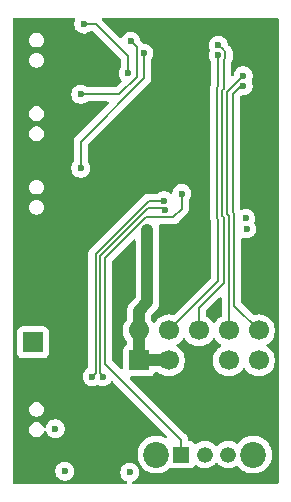
<source format=gbr>
%TF.GenerationSoftware,KiCad,Pcbnew,9.0.4*%
%TF.CreationDate,2025-09-28T00:50:50+02:00*%
%TF.ProjectId,BTM308-host-top,42544d33-3038-42d6-986f-73742d746f70,rev?*%
%TF.SameCoordinates,Original*%
%TF.FileFunction,Copper,L4,Bot*%
%TF.FilePolarity,Positive*%
%FSLAX46Y46*%
G04 Gerber Fmt 4.6, Leading zero omitted, Abs format (unit mm)*
G04 Created by KiCad (PCBNEW 9.0.4) date 2025-09-28 00:50:50*
%MOMM*%
%LPD*%
G01*
G04 APERTURE LIST*
%TA.AperFunction,ComponentPad*%
%ADD10R,1.700000X1.700000*%
%TD*%
%TA.AperFunction,ComponentPad*%
%ADD11C,1.700000*%
%TD*%
%TA.AperFunction,ComponentPad*%
%ADD12R,1.337000X1.337000*%
%TD*%
%TA.AperFunction,ComponentPad*%
%ADD13C,1.337000*%
%TD*%
%TA.AperFunction,ComponentPad*%
%ADD14C,2.190000*%
%TD*%
%TA.AperFunction,ViaPad*%
%ADD15C,0.600000*%
%TD*%
%TA.AperFunction,Conductor*%
%ADD16C,0.200000*%
%TD*%
%TA.AperFunction,Conductor*%
%ADD17C,1.000000*%
%TD*%
G04 APERTURE END LIST*
D10*
%TO.P,J7,1,Pin_1*%
%TO.N,GND*%
X116700000Y-79300000D03*
%TD*%
%TO.P,J6,1,Pin_1*%
%TO.N,Net-(J6-Pin_1)*%
X116700000Y-83500000D03*
%TD*%
%TO.P,J5,1,Pin_1*%
%TO.N,AGND*%
X125670000Y-85025000D03*
D11*
%TO.P,J5,2,Pin_2*%
X125670000Y-82485000D03*
%TO.P,J5,3,Pin_3*%
X128210000Y-85025000D03*
%TO.P,J5,4,Pin_4*%
%TO.N,/SPK_AN*%
X128210000Y-82485000D03*
%TO.P,J5,5,Pin_5*%
%TO.N,GND*%
X130750000Y-85025000D03*
%TO.P,J5,6,Pin_6*%
%TO.N,/SPK_AP*%
X130750000Y-82485000D03*
%TO.P,J5,7,Pin_7*%
%TO.N,/VCHG*%
X133290000Y-85025000D03*
%TO.P,J5,8,Pin_8*%
%TO.N,/SPK_BP*%
X133290000Y-82485000D03*
%TO.P,J5,9,Pin_9*%
%TO.N,/VBAT*%
X135830000Y-85025000D03*
%TO.P,J5,10,Pin_10*%
%TO.N,/SPK_BN*%
X135830000Y-82485000D03*
%TD*%
D12*
%TO.P,SW4,1,A*%
%TO.N,/MFB*%
X129250000Y-93000000D03*
D13*
%TO.P,SW4,2,B*%
%TO.N,/VBAT*%
X131250000Y-93000000D03*
%TO.P,SW4,3*%
%TO.N,N/C*%
X133250000Y-93000000D03*
D14*
%TO.P,SW4,4*%
X127150000Y-93000000D03*
%TO.P,SW4,5*%
X135350000Y-93000000D03*
%TD*%
D15*
%TO.N,GND*%
X118400000Y-65000000D03*
X127700000Y-88000000D03*
X120600000Y-79300000D03*
X130600000Y-65700000D03*
X115600000Y-65300000D03*
X131000000Y-61100000D03*
X128400000Y-63300000D03*
X115800000Y-90100000D03*
X134800000Y-75200000D03*
X130800000Y-68900000D03*
X128700000Y-57400000D03*
X117700000Y-75600000D03*
X119700000Y-67700000D03*
X117700000Y-86800000D03*
X128500000Y-65800000D03*
X115800000Y-86600000D03*
X118300000Y-58800000D03*
X134600000Y-63800000D03*
X120700000Y-83500000D03*
X120600000Y-81300000D03*
X134800000Y-75800000D03*
X134500000Y-67200000D03*
X115900000Y-94000000D03*
X118500000Y-71300000D03*
X129200000Y-75600000D03*
X130400000Y-74300000D03*
X126700000Y-56700000D03*
X129600000Y-94900000D03*
X131300000Y-88000000D03*
X119900000Y-61300000D03*
X132400000Y-80300000D03*
X131400000Y-63500000D03*
X120700000Y-74900000D03*
X128700000Y-89900000D03*
X128500000Y-68300000D03*
X133400000Y-94900000D03*
X134900000Y-88000000D03*
X116000000Y-58900000D03*
X115800000Y-71800000D03*
X132300000Y-89900000D03*
X135900000Y-89900000D03*
X124000000Y-79200000D03*
X117500000Y-94100000D03*
%TO.N,/MFB*%
X129300000Y-70900000D03*
%TO.N,/SPK_AN*%
X132400000Y-59175000D03*
%TO.N,Net-(U1-PIO8)*%
X125000000Y-58000000D03*
X120750000Y-62500000D03*
%TO.N,/LED2*%
X121700000Y-86400000D03*
X127800000Y-71500000D03*
%TO.N,Net-(U1-PIO1)*%
X126100000Y-59000000D03*
X120750000Y-68750000D03*
%TO.N,/VBAT*%
X118600000Y-90800000D03*
X124900000Y-94500000D03*
X119400000Y-94400000D03*
X134700000Y-73000000D03*
X134800000Y-73900000D03*
%TO.N,/SPK_AP*%
X132400000Y-58325000D03*
%TO.N,Net-(U1-PIO0)*%
X121000000Y-56550000D03*
X124750000Y-60731671D03*
%TO.N,/SPK_BP*%
X134506472Y-60925000D03*
%TO.N,/LED0*%
X127900000Y-72293726D03*
X122600000Y-86400000D03*
%TO.N,/SPK_BN*%
X134506472Y-61775000D03*
%TO.N,AGND*%
X126400000Y-75400000D03*
X126400000Y-76100000D03*
X126400000Y-74700000D03*
X126400000Y-74000000D03*
%TD*%
D16*
%TO.N,/MFB*%
X129300000Y-70900000D02*
X129300000Y-72200000D01*
X122801000Y-85301000D02*
X129250000Y-91750000D01*
X129300000Y-72200000D02*
X128600000Y-72900000D01*
X122801000Y-76333200D02*
X122801000Y-85301000D01*
X128600000Y-72900000D02*
X126234200Y-72900000D01*
X129250000Y-91750000D02*
X129250000Y-93000000D01*
X126234200Y-72900000D02*
X122801000Y-76333200D01*
%TO.N,/SPK_AN*%
X132400000Y-59175000D02*
X132400000Y-61828004D01*
X132299040Y-61928964D02*
X132299040Y-73003976D01*
X132299040Y-73003976D02*
X132400000Y-73104936D01*
X132400000Y-61828004D02*
X132299040Y-61928964D01*
X132400000Y-78295000D02*
X128210000Y-82485000D01*
X132400000Y-73104936D02*
X132400000Y-78295000D01*
%TO.N,Net-(U1-PIO8)*%
X125500000Y-58500000D02*
X125000000Y-58000000D01*
X125500000Y-61000000D02*
X125500000Y-58500000D01*
X124000000Y-62500000D02*
X125500000Y-61000000D01*
X120750000Y-62500000D02*
X124000000Y-62500000D01*
%TO.N,/LED2*%
X121999000Y-86101000D02*
X121700000Y-86400000D01*
X126500000Y-71500000D02*
X121999000Y-76001000D01*
X127800000Y-71500000D02*
X126500000Y-71500000D01*
X121999000Y-76001000D02*
X121999000Y-86101000D01*
%TO.N,Net-(U1-PIO1)*%
X126100000Y-59000000D02*
X126100000Y-61150000D01*
X126100000Y-61150000D02*
X120750000Y-66500000D01*
X120750000Y-66500000D02*
X120750000Y-68750000D01*
%TO.N,/SPK_AP*%
X132400000Y-58325000D02*
X132850000Y-58775000D01*
X132850000Y-72918568D02*
X132850000Y-78481397D01*
X133001000Y-59423943D02*
X132850000Y-59574943D01*
X132850000Y-78481397D02*
X130750000Y-80581397D01*
X132850000Y-62014372D02*
X132749020Y-62115352D01*
X130750000Y-80581397D02*
X130750000Y-82485000D01*
X132850000Y-58775000D02*
X132850000Y-58775057D01*
X132749020Y-72817588D02*
X132850000Y-72918568D01*
X133001000Y-58926057D02*
X133001000Y-59423943D01*
X132850000Y-59574943D02*
X132850000Y-62014372D01*
X132850000Y-58775057D02*
X133001000Y-58926057D01*
X132749020Y-62115352D02*
X132749020Y-72817588D01*
%TO.N,Net-(U1-PIO0)*%
X121000000Y-56550000D02*
X122050000Y-56550000D01*
X124750000Y-59250000D02*
X124750000Y-60731671D01*
X122050000Y-56550000D02*
X124750000Y-59250000D01*
%TO.N,/SPK_BP*%
X133150020Y-72651488D02*
X133290000Y-72791468D01*
X133150020Y-62281452D02*
X133150020Y-72651488D01*
X134506472Y-60925000D02*
X133150020Y-62281452D01*
X133290000Y-72791468D02*
X133290000Y-82485000D01*
%TO.N,/LED0*%
X126467100Y-72100000D02*
X122400000Y-76167100D01*
X127900000Y-72293726D02*
X127706274Y-72100000D01*
X122400000Y-76167100D02*
X122400000Y-86099997D01*
X122400000Y-86099997D02*
X122700003Y-86400000D01*
X122700003Y-86400000D02*
X122600000Y-86400000D01*
X127706274Y-72100000D02*
X126467100Y-72100000D01*
%TO.N,/SPK_BN*%
X133600000Y-62467869D02*
X133600000Y-72465100D01*
X134292869Y-61775000D02*
X133600000Y-62467869D01*
X133740001Y-80395001D02*
X135830000Y-82485000D01*
X133600000Y-72465100D02*
X133740001Y-72605101D01*
X133740001Y-72605101D02*
X133740001Y-80395001D01*
X134506472Y-61775000D02*
X134292869Y-61775000D01*
D17*
%TO.N,AGND*%
X125670000Y-82485000D02*
X125670000Y-85025000D01*
X125670000Y-80830000D02*
X125670000Y-82485000D01*
X126400000Y-80100000D02*
X125670000Y-80830000D01*
X125670000Y-85025000D02*
X128210000Y-85025000D01*
X126400000Y-74000000D02*
X126400000Y-80100000D01*
%TD*%
%TA.AperFunction,Conductor*%
%TO.N,GND*%
G36*
X125318834Y-74767115D02*
G01*
X125374767Y-74808987D01*
X125399184Y-74874451D01*
X125399500Y-74883297D01*
X125399500Y-79634217D01*
X125379815Y-79701256D01*
X125363181Y-79721898D01*
X125032221Y-80052858D01*
X125032218Y-80052861D01*
X124990175Y-80094904D01*
X124892859Y-80192219D01*
X124783371Y-80356079D01*
X124783364Y-80356092D01*
X124707950Y-80538160D01*
X124707947Y-80538170D01*
X124669500Y-80731456D01*
X124669500Y-81524800D01*
X124649815Y-81591839D01*
X124640506Y-81604365D01*
X124514951Y-81777179D01*
X124418444Y-81966585D01*
X124352753Y-82168760D01*
X124319500Y-82378713D01*
X124319500Y-82591286D01*
X124352753Y-82801239D01*
X124418444Y-83003414D01*
X124514951Y-83192820D01*
X124642759Y-83368734D01*
X124641888Y-83369366D01*
X124650413Y-83388380D01*
X124664477Y-83410264D01*
X124666484Y-83424223D01*
X124668357Y-83428401D01*
X124669500Y-83445199D01*
X124669500Y-83610858D01*
X124649815Y-83677897D01*
X124597011Y-83723652D01*
X124588847Y-83727034D01*
X124577669Y-83731204D01*
X124577664Y-83731206D01*
X124462455Y-83817452D01*
X124462452Y-83817455D01*
X124376206Y-83932664D01*
X124376202Y-83932671D01*
X124325908Y-84067517D01*
X124319501Y-84127116D01*
X124319500Y-84127135D01*
X124319500Y-85670903D01*
X124299815Y-85737942D01*
X124247011Y-85783697D01*
X124177853Y-85793641D01*
X124114297Y-85764616D01*
X124107819Y-85758584D01*
X123437819Y-85088584D01*
X123404334Y-85027261D01*
X123401500Y-85000903D01*
X123401500Y-76633297D01*
X123421185Y-76566258D01*
X123437819Y-76545616D01*
X125187819Y-74795616D01*
X125249142Y-74762131D01*
X125318834Y-74767115D01*
G37*
%TD.AperFunction*%
%TA.AperFunction,Conductor*%
G36*
X132608834Y-79674312D02*
G01*
X132664767Y-79716184D01*
X132689184Y-79781648D01*
X132689500Y-79790494D01*
X132689500Y-81199281D01*
X132669815Y-81266320D01*
X132621795Y-81309765D01*
X132582185Y-81329947D01*
X132582184Y-81329948D01*
X132410213Y-81454890D01*
X132259890Y-81605213D01*
X132134949Y-81777182D01*
X132130484Y-81785946D01*
X132082509Y-81836742D01*
X132014688Y-81853536D01*
X131948553Y-81830998D01*
X131909516Y-81785946D01*
X131905050Y-81777182D01*
X131780109Y-81605213D01*
X131629786Y-81454890D01*
X131457815Y-81329948D01*
X131457814Y-81329947D01*
X131418205Y-81309765D01*
X131367409Y-81261791D01*
X131350500Y-81199281D01*
X131350500Y-80881494D01*
X131370185Y-80814455D01*
X131386819Y-80793813D01*
X132477819Y-79702813D01*
X132539142Y-79669328D01*
X132608834Y-79674312D01*
G37*
%TD.AperFunction*%
%TA.AperFunction,Conductor*%
G36*
X120242822Y-56019685D02*
G01*
X120288577Y-56072489D01*
X120298521Y-56141647D01*
X120290344Y-56171452D01*
X120230264Y-56316498D01*
X120230261Y-56316510D01*
X120199500Y-56471153D01*
X120199500Y-56628846D01*
X120230261Y-56783489D01*
X120230264Y-56783501D01*
X120290602Y-56929172D01*
X120290609Y-56929185D01*
X120378210Y-57060288D01*
X120378213Y-57060292D01*
X120489707Y-57171786D01*
X120489711Y-57171789D01*
X120620814Y-57259390D01*
X120620827Y-57259397D01*
X120766498Y-57319735D01*
X120766503Y-57319737D01*
X120896962Y-57345687D01*
X120921153Y-57350499D01*
X120921156Y-57350500D01*
X120921158Y-57350500D01*
X121078844Y-57350500D01*
X121078845Y-57350499D01*
X121233497Y-57319737D01*
X121379179Y-57259394D01*
X121468817Y-57199500D01*
X121510875Y-57171398D01*
X121528921Y-57165747D01*
X121544831Y-57155523D01*
X121575792Y-57151071D01*
X121577553Y-57150520D01*
X121579766Y-57150500D01*
X121749903Y-57150500D01*
X121816942Y-57170185D01*
X121837584Y-57186819D01*
X124113181Y-59462416D01*
X124146666Y-59523739D01*
X124149500Y-59550097D01*
X124149500Y-60151905D01*
X124129815Y-60218944D01*
X124128602Y-60220796D01*
X124040609Y-60352485D01*
X124040602Y-60352498D01*
X123980264Y-60498169D01*
X123980261Y-60498181D01*
X123949500Y-60652824D01*
X123949500Y-60810517D01*
X123980261Y-60965160D01*
X123980264Y-60965172D01*
X124040602Y-61110843D01*
X124040609Y-61110856D01*
X124128210Y-61241959D01*
X124128213Y-61241963D01*
X124180825Y-61294574D01*
X124214311Y-61355897D01*
X124209327Y-61425589D01*
X124180826Y-61469937D01*
X123787584Y-61863181D01*
X123726261Y-61896666D01*
X123699903Y-61899500D01*
X121329766Y-61899500D01*
X121262727Y-61879815D01*
X121260875Y-61878602D01*
X121129185Y-61790609D01*
X121129172Y-61790602D01*
X120983501Y-61730264D01*
X120983489Y-61730261D01*
X120828845Y-61699500D01*
X120828842Y-61699500D01*
X120671158Y-61699500D01*
X120671155Y-61699500D01*
X120516510Y-61730261D01*
X120516498Y-61730264D01*
X120370827Y-61790602D01*
X120370814Y-61790609D01*
X120239711Y-61878210D01*
X120239707Y-61878213D01*
X120128213Y-61989707D01*
X120128210Y-61989711D01*
X120040609Y-62120814D01*
X120040602Y-62120827D01*
X119980264Y-62266498D01*
X119980261Y-62266510D01*
X119949500Y-62421153D01*
X119949500Y-62578846D01*
X119980261Y-62733489D01*
X119980264Y-62733501D01*
X120040602Y-62879172D01*
X120040609Y-62879185D01*
X120128210Y-63010288D01*
X120128213Y-63010292D01*
X120239707Y-63121786D01*
X120239711Y-63121789D01*
X120370814Y-63209390D01*
X120370827Y-63209397D01*
X120449894Y-63242147D01*
X120516503Y-63269737D01*
X120671153Y-63300499D01*
X120671156Y-63300500D01*
X120671158Y-63300500D01*
X120828844Y-63300500D01*
X120828845Y-63300499D01*
X120983497Y-63269737D01*
X121129179Y-63209394D01*
X121183663Y-63172989D01*
X121260875Y-63121398D01*
X121327553Y-63100520D01*
X121329766Y-63100500D01*
X123000902Y-63100500D01*
X123067941Y-63120185D01*
X123113696Y-63172989D01*
X123123640Y-63242147D01*
X123094615Y-63305703D01*
X123088583Y-63312181D01*
X120269481Y-66131282D01*
X120269479Y-66131285D01*
X120219361Y-66218094D01*
X120219359Y-66218096D01*
X120190425Y-66268209D01*
X120190424Y-66268210D01*
X120190423Y-66268215D01*
X120149499Y-66420943D01*
X120149499Y-66420945D01*
X120149499Y-66589046D01*
X120149500Y-66589059D01*
X120149500Y-68170234D01*
X120129815Y-68237273D01*
X120128602Y-68239125D01*
X120040609Y-68370814D01*
X120040602Y-68370827D01*
X119980264Y-68516498D01*
X119980261Y-68516510D01*
X119949500Y-68671153D01*
X119949500Y-68828846D01*
X119980261Y-68983489D01*
X119980264Y-68983501D01*
X120040602Y-69129172D01*
X120040609Y-69129185D01*
X120128210Y-69260288D01*
X120128213Y-69260292D01*
X120239707Y-69371786D01*
X120239711Y-69371789D01*
X120370814Y-69459390D01*
X120370827Y-69459397D01*
X120516498Y-69519735D01*
X120516503Y-69519737D01*
X120671153Y-69550499D01*
X120671156Y-69550500D01*
X120671158Y-69550500D01*
X120828844Y-69550500D01*
X120828845Y-69550499D01*
X120983497Y-69519737D01*
X121129179Y-69459394D01*
X121260289Y-69371789D01*
X121371789Y-69260289D01*
X121459394Y-69129179D01*
X121519737Y-68983497D01*
X121550500Y-68828842D01*
X121550500Y-68671158D01*
X121550500Y-68671155D01*
X121550499Y-68671153D01*
X121519738Y-68516510D01*
X121519737Y-68516503D01*
X121519735Y-68516498D01*
X121459397Y-68370827D01*
X121459390Y-68370814D01*
X121371398Y-68239125D01*
X121350520Y-68172447D01*
X121350500Y-68170234D01*
X121350500Y-66800097D01*
X121370185Y-66733058D01*
X121386819Y-66712416D01*
X123912629Y-64186606D01*
X126580520Y-61518716D01*
X126659577Y-61381784D01*
X126700501Y-61229057D01*
X126700501Y-61070942D01*
X126700501Y-61063347D01*
X126700500Y-61063329D01*
X126700500Y-59579765D01*
X126720185Y-59512726D01*
X126721398Y-59510874D01*
X126809390Y-59379185D01*
X126809390Y-59379184D01*
X126809394Y-59379179D01*
X126869737Y-59233497D01*
X126900500Y-59078842D01*
X126900500Y-58921158D01*
X126900500Y-58921155D01*
X126900499Y-58921153D01*
X126875893Y-58797452D01*
X126869737Y-58766503D01*
X126839818Y-58694272D01*
X126809397Y-58620827D01*
X126809390Y-58620814D01*
X126721789Y-58489711D01*
X126721786Y-58489707D01*
X126610292Y-58378213D01*
X126610288Y-58378210D01*
X126479185Y-58290609D01*
X126479172Y-58290602D01*
X126333501Y-58230264D01*
X126333489Y-58230261D01*
X126178845Y-58199500D01*
X126178842Y-58199500D01*
X126091496Y-58199500D01*
X126024457Y-58179815D01*
X126001669Y-58160982D01*
X125991491Y-58150287D01*
X125980520Y-58131284D01*
X125833469Y-57984233D01*
X125832427Y-57983138D01*
X125817116Y-57953367D01*
X125801088Y-57924014D01*
X125800637Y-57921847D01*
X125769738Y-57766510D01*
X125769737Y-57766503D01*
X125769735Y-57766498D01*
X125709397Y-57620827D01*
X125709390Y-57620814D01*
X125621789Y-57489711D01*
X125621786Y-57489707D01*
X125510292Y-57378213D01*
X125510288Y-57378210D01*
X125379185Y-57290609D01*
X125379172Y-57290602D01*
X125233501Y-57230264D01*
X125233489Y-57230261D01*
X125078845Y-57199500D01*
X125078842Y-57199500D01*
X124921158Y-57199500D01*
X124921155Y-57199500D01*
X124766510Y-57230261D01*
X124766498Y-57230264D01*
X124620827Y-57290602D01*
X124620814Y-57290609D01*
X124489711Y-57378210D01*
X124489707Y-57378213D01*
X124378213Y-57489707D01*
X124378210Y-57489711D01*
X124290609Y-57620814D01*
X124290604Y-57620824D01*
X124267737Y-57676031D01*
X124223896Y-57730434D01*
X124157602Y-57752499D01*
X124089902Y-57735220D01*
X124065495Y-57716259D01*
X122560916Y-56211681D01*
X122527431Y-56150358D01*
X122532415Y-56080666D01*
X122574287Y-56024733D01*
X122639751Y-56000316D01*
X122648597Y-56000000D01*
X137376000Y-56000000D01*
X137443039Y-56019685D01*
X137488794Y-56072489D01*
X137500000Y-56124000D01*
X137500000Y-95376000D01*
X137480315Y-95443039D01*
X137427511Y-95488794D01*
X137376000Y-95500000D01*
X125200983Y-95500000D01*
X125133944Y-95480315D01*
X125088189Y-95427511D01*
X125078245Y-95358353D01*
X125107270Y-95294797D01*
X125153531Y-95261439D01*
X125279172Y-95209397D01*
X125279172Y-95209396D01*
X125279179Y-95209394D01*
X125410289Y-95121789D01*
X125521789Y-95010289D01*
X125609394Y-94879179D01*
X125669737Y-94733497D01*
X125700500Y-94578842D01*
X125700500Y-94421158D01*
X125700500Y-94421155D01*
X125700499Y-94421153D01*
X125669737Y-94266503D01*
X125649224Y-94216980D01*
X125609397Y-94120827D01*
X125609390Y-94120814D01*
X125521789Y-93989711D01*
X125521786Y-93989707D01*
X125410292Y-93878213D01*
X125410288Y-93878210D01*
X125279185Y-93790609D01*
X125279172Y-93790602D01*
X125133501Y-93730264D01*
X125133489Y-93730261D01*
X124978845Y-93699500D01*
X124978842Y-93699500D01*
X124821158Y-93699500D01*
X124821155Y-93699500D01*
X124666510Y-93730261D01*
X124666498Y-93730264D01*
X124520827Y-93790602D01*
X124520814Y-93790609D01*
X124389711Y-93878210D01*
X124389707Y-93878213D01*
X124278213Y-93989707D01*
X124278210Y-93989711D01*
X124190609Y-94120814D01*
X124190602Y-94120827D01*
X124130264Y-94266498D01*
X124130261Y-94266510D01*
X124099500Y-94421153D01*
X124099500Y-94578846D01*
X124130261Y-94733489D01*
X124130264Y-94733501D01*
X124190602Y-94879172D01*
X124190609Y-94879185D01*
X124278210Y-95010288D01*
X124278213Y-95010292D01*
X124389707Y-95121786D01*
X124389711Y-95121789D01*
X124520814Y-95209390D01*
X124520827Y-95209397D01*
X124646469Y-95261439D01*
X124700873Y-95305280D01*
X124722938Y-95371574D01*
X124705659Y-95439273D01*
X124654522Y-95486884D01*
X124599017Y-95500000D01*
X115124000Y-95500000D01*
X115056961Y-95480315D01*
X115011206Y-95427511D01*
X115000000Y-95376000D01*
X115000000Y-94321153D01*
X118599500Y-94321153D01*
X118599500Y-94478846D01*
X118630261Y-94633489D01*
X118630264Y-94633501D01*
X118690602Y-94779172D01*
X118690609Y-94779185D01*
X118778210Y-94910288D01*
X118778213Y-94910292D01*
X118889707Y-95021786D01*
X118889711Y-95021789D01*
X119020814Y-95109390D01*
X119020827Y-95109397D01*
X119166498Y-95169735D01*
X119166503Y-95169737D01*
X119321153Y-95200499D01*
X119321156Y-95200500D01*
X119321158Y-95200500D01*
X119478844Y-95200500D01*
X119478845Y-95200499D01*
X119633497Y-95169737D01*
X119779179Y-95109394D01*
X119910289Y-95021789D01*
X120021789Y-94910289D01*
X120109394Y-94779179D01*
X120169737Y-94633497D01*
X120200500Y-94478842D01*
X120200500Y-94321158D01*
X120200500Y-94321155D01*
X120200499Y-94321153D01*
X120189627Y-94266498D01*
X120169737Y-94166503D01*
X120150812Y-94120814D01*
X120109397Y-94020827D01*
X120109390Y-94020814D01*
X120021789Y-93889711D01*
X120021786Y-93889707D01*
X119910292Y-93778213D01*
X119910288Y-93778210D01*
X119779185Y-93690609D01*
X119779172Y-93690602D01*
X119633501Y-93630264D01*
X119633489Y-93630261D01*
X119478845Y-93599500D01*
X119478842Y-93599500D01*
X119321158Y-93599500D01*
X119321155Y-93599500D01*
X119166510Y-93630261D01*
X119166498Y-93630264D01*
X119020827Y-93690602D01*
X119020814Y-93690609D01*
X118889711Y-93778210D01*
X118889707Y-93778213D01*
X118778213Y-93889707D01*
X118778210Y-93889711D01*
X118690609Y-94020814D01*
X118690602Y-94020827D01*
X118630264Y-94166498D01*
X118630261Y-94166510D01*
X118599500Y-94321153D01*
X115000000Y-94321153D01*
X115000000Y-90805889D01*
X116374500Y-90805889D01*
X116374500Y-90929110D01*
X116398535Y-91049944D01*
X116398538Y-91049954D01*
X116445687Y-91163783D01*
X116445692Y-91163792D01*
X116514141Y-91266232D01*
X116514144Y-91266236D01*
X116601263Y-91353355D01*
X116601267Y-91353358D01*
X116703707Y-91421807D01*
X116703713Y-91421810D01*
X116703714Y-91421811D01*
X116817548Y-91468963D01*
X116938389Y-91492999D01*
X116938393Y-91493000D01*
X116938394Y-91493000D01*
X117061607Y-91493000D01*
X117061608Y-91492999D01*
X117182452Y-91468963D01*
X117296286Y-91421811D01*
X117398733Y-91353358D01*
X117485858Y-91266233D01*
X117554311Y-91163786D01*
X117601463Y-91049952D01*
X117601463Y-91049950D01*
X117603794Y-91044324D01*
X117605772Y-91045143D01*
X117638751Y-90994803D01*
X117702559Y-90966336D01*
X117771627Y-90976885D01*
X117824028Y-91023101D01*
X117833690Y-91041772D01*
X117890602Y-91179172D01*
X117890609Y-91179185D01*
X117978210Y-91310288D01*
X117978213Y-91310292D01*
X118089707Y-91421786D01*
X118089711Y-91421789D01*
X118220814Y-91509390D01*
X118220827Y-91509397D01*
X118366498Y-91569735D01*
X118366503Y-91569737D01*
X118521153Y-91600499D01*
X118521156Y-91600500D01*
X118521158Y-91600500D01*
X118678844Y-91600500D01*
X118678845Y-91600499D01*
X118833497Y-91569737D01*
X118957883Y-91518215D01*
X118979172Y-91509397D01*
X118979172Y-91509396D01*
X118979179Y-91509394D01*
X119110289Y-91421789D01*
X119221789Y-91310289D01*
X119309394Y-91179179D01*
X119315768Y-91163792D01*
X119369735Y-91033501D01*
X119369737Y-91033497D01*
X119400500Y-90878842D01*
X119400500Y-90721158D01*
X119400500Y-90721155D01*
X119400499Y-90721153D01*
X119370674Y-90571214D01*
X119369737Y-90566503D01*
X119329252Y-90468763D01*
X119309397Y-90420827D01*
X119309390Y-90420814D01*
X119221789Y-90289711D01*
X119221786Y-90289707D01*
X119110292Y-90178213D01*
X119110288Y-90178210D01*
X118979185Y-90090609D01*
X118979172Y-90090602D01*
X118833501Y-90030264D01*
X118833489Y-90030261D01*
X118678845Y-89999500D01*
X118678842Y-89999500D01*
X118521158Y-89999500D01*
X118521155Y-89999500D01*
X118366510Y-90030261D01*
X118366498Y-90030264D01*
X118220827Y-90090602D01*
X118220814Y-90090609D01*
X118089711Y-90178210D01*
X118089707Y-90178213D01*
X117978213Y-90289707D01*
X117978210Y-90289711D01*
X117890609Y-90420814D01*
X117890602Y-90420827D01*
X117830264Y-90566498D01*
X117830262Y-90566505D01*
X117819851Y-90618842D01*
X117787465Y-90680752D01*
X117726748Y-90715325D01*
X117656979Y-90711584D01*
X117600308Y-90670716D01*
X117583673Y-90642100D01*
X117554314Y-90571220D01*
X117554307Y-90571207D01*
X117485858Y-90468767D01*
X117485855Y-90468763D01*
X117398736Y-90381644D01*
X117398732Y-90381641D01*
X117296292Y-90313192D01*
X117296283Y-90313187D01*
X117182454Y-90266038D01*
X117182455Y-90266038D01*
X117182452Y-90266037D01*
X117182448Y-90266036D01*
X117182444Y-90266035D01*
X117061610Y-90242000D01*
X117061606Y-90242000D01*
X116938394Y-90242000D01*
X116938389Y-90242000D01*
X116817555Y-90266035D01*
X116817545Y-90266038D01*
X116703716Y-90313187D01*
X116703707Y-90313192D01*
X116601267Y-90381641D01*
X116601263Y-90381644D01*
X116514144Y-90468763D01*
X116514141Y-90468767D01*
X116445692Y-90571207D01*
X116445687Y-90571216D01*
X116398538Y-90685045D01*
X116398535Y-90685055D01*
X116374500Y-90805889D01*
X115000000Y-90805889D01*
X115000000Y-89105889D01*
X116374500Y-89105889D01*
X116374500Y-89229110D01*
X116398535Y-89349944D01*
X116398538Y-89349954D01*
X116445687Y-89463783D01*
X116445692Y-89463792D01*
X116514141Y-89566232D01*
X116514144Y-89566236D01*
X116601263Y-89653355D01*
X116601267Y-89653358D01*
X116703707Y-89721807D01*
X116703713Y-89721810D01*
X116703714Y-89721811D01*
X116817548Y-89768963D01*
X116938389Y-89792999D01*
X116938393Y-89793000D01*
X116938394Y-89793000D01*
X117061607Y-89793000D01*
X117061608Y-89792999D01*
X117182452Y-89768963D01*
X117296286Y-89721811D01*
X117398733Y-89653358D01*
X117485858Y-89566233D01*
X117554311Y-89463786D01*
X117601463Y-89349952D01*
X117625500Y-89229106D01*
X117625500Y-89105894D01*
X117601463Y-88985048D01*
X117554311Y-88871214D01*
X117554310Y-88871213D01*
X117554307Y-88871207D01*
X117485858Y-88768767D01*
X117485855Y-88768763D01*
X117398736Y-88681644D01*
X117398732Y-88681641D01*
X117296292Y-88613192D01*
X117296283Y-88613187D01*
X117182454Y-88566038D01*
X117182455Y-88566038D01*
X117182452Y-88566037D01*
X117182448Y-88566036D01*
X117182444Y-88566035D01*
X117061610Y-88542000D01*
X117061606Y-88542000D01*
X116938394Y-88542000D01*
X116938389Y-88542000D01*
X116817555Y-88566035D01*
X116817545Y-88566038D01*
X116703716Y-88613187D01*
X116703707Y-88613192D01*
X116601267Y-88681641D01*
X116601263Y-88681644D01*
X116514144Y-88768763D01*
X116514141Y-88768767D01*
X116445692Y-88871207D01*
X116445687Y-88871216D01*
X116398538Y-88985045D01*
X116398535Y-88985055D01*
X116374500Y-89105889D01*
X115000000Y-89105889D01*
X115000000Y-86321153D01*
X120899500Y-86321153D01*
X120899500Y-86478846D01*
X120930261Y-86633489D01*
X120930264Y-86633501D01*
X120990602Y-86779172D01*
X120990609Y-86779185D01*
X121078210Y-86910288D01*
X121078213Y-86910292D01*
X121189707Y-87021786D01*
X121189711Y-87021789D01*
X121320814Y-87109390D01*
X121320827Y-87109397D01*
X121466498Y-87169735D01*
X121466503Y-87169737D01*
X121621153Y-87200499D01*
X121621156Y-87200500D01*
X121621158Y-87200500D01*
X121778844Y-87200500D01*
X121778845Y-87200499D01*
X121933497Y-87169737D01*
X122079179Y-87109394D01*
X122081110Y-87108103D01*
X122082276Y-87107737D01*
X122084546Y-87106525D01*
X122084776Y-87106955D01*
X122147786Y-87087226D01*
X122215166Y-87105710D01*
X122218850Y-87108077D01*
X122220821Y-87109394D01*
X122220824Y-87109395D01*
X122220827Y-87109397D01*
X122366498Y-87169735D01*
X122366503Y-87169737D01*
X122521153Y-87200499D01*
X122521156Y-87200500D01*
X122521158Y-87200500D01*
X122678844Y-87200500D01*
X122678845Y-87200499D01*
X122833497Y-87169737D01*
X122979179Y-87109394D01*
X123110289Y-87021789D01*
X123221789Y-86910289D01*
X123273737Y-86832543D01*
X123327347Y-86787740D01*
X123396672Y-86779032D01*
X123459700Y-86809186D01*
X123464519Y-86813754D01*
X128044170Y-91393405D01*
X128077655Y-91454728D01*
X128072671Y-91524420D01*
X128030799Y-91580353D01*
X127965335Y-91604770D01*
X127900194Y-91591571D01*
X127762464Y-91521393D01*
X127523614Y-91443785D01*
X127275574Y-91404500D01*
X127275569Y-91404500D01*
X127024431Y-91404500D01*
X127024426Y-91404500D01*
X126776385Y-91443785D01*
X126537535Y-91521393D01*
X126313772Y-91635408D01*
X126110606Y-91783014D01*
X125933014Y-91960606D01*
X125785408Y-92163772D01*
X125671393Y-92387535D01*
X125593785Y-92626385D01*
X125554500Y-92874425D01*
X125554500Y-93125574D01*
X125593785Y-93373614D01*
X125671393Y-93612464D01*
X125731415Y-93730261D01*
X125769490Y-93804988D01*
X125785408Y-93836227D01*
X125933014Y-94039393D01*
X126110606Y-94216985D01*
X126300722Y-94355109D01*
X126313776Y-94364594D01*
X126424779Y-94421153D01*
X126537535Y-94478606D01*
X126537537Y-94478606D01*
X126537540Y-94478608D01*
X126665567Y-94520206D01*
X126776385Y-94556214D01*
X127024426Y-94595500D01*
X127024431Y-94595500D01*
X127275574Y-94595500D01*
X127523614Y-94556214D01*
X127762460Y-94478608D01*
X127986224Y-94364594D01*
X128189399Y-94216980D01*
X128249983Y-94156395D01*
X128311303Y-94122912D01*
X128380994Y-94127895D01*
X128457410Y-94156397D01*
X128474017Y-94162591D01*
X128474016Y-94162591D01*
X128480944Y-94163335D01*
X128533627Y-94169000D01*
X129966372Y-94168999D01*
X130025983Y-94162591D01*
X130160831Y-94112296D01*
X130276046Y-94026046D01*
X130342775Y-93936906D01*
X130398708Y-93895037D01*
X130468400Y-93890053D01*
X130514923Y-93910899D01*
X130637310Y-93999819D01*
X130801260Y-94083355D01*
X130976258Y-94140216D01*
X131036838Y-94149810D01*
X131157994Y-94169000D01*
X131157998Y-94169000D01*
X131342006Y-94169000D01*
X131432872Y-94154608D01*
X131523742Y-94140216D01*
X131698740Y-94083355D01*
X131862690Y-93999819D01*
X132011553Y-93891663D01*
X132141663Y-93761553D01*
X132149683Y-93750513D01*
X132205012Y-93707850D01*
X132274626Y-93701871D01*
X132336421Y-93734477D01*
X132350314Y-93750510D01*
X132358337Y-93761553D01*
X132488447Y-93891663D01*
X132637310Y-93999819D01*
X132801260Y-94083355D01*
X132976258Y-94140216D01*
X133036838Y-94149810D01*
X133157994Y-94169000D01*
X133157998Y-94169000D01*
X133342006Y-94169000D01*
X133432872Y-94154608D01*
X133523742Y-94140216D01*
X133698740Y-94083355D01*
X133862690Y-93999819D01*
X133920483Y-93957830D01*
X133986289Y-93934349D01*
X134054343Y-93950174D01*
X134093685Y-93985259D01*
X134133020Y-94039399D01*
X134133022Y-94039401D01*
X134310606Y-94216985D01*
X134500722Y-94355109D01*
X134513776Y-94364594D01*
X134624779Y-94421153D01*
X134737535Y-94478606D01*
X134737537Y-94478606D01*
X134737540Y-94478608D01*
X134865567Y-94520206D01*
X134976385Y-94556214D01*
X135224426Y-94595500D01*
X135224431Y-94595500D01*
X135475574Y-94595500D01*
X135723614Y-94556214D01*
X135962460Y-94478608D01*
X136186224Y-94364594D01*
X136321243Y-94266498D01*
X136389393Y-94216985D01*
X136389395Y-94216982D01*
X136389399Y-94216980D01*
X136566980Y-94039399D01*
X136566982Y-94039395D01*
X136566985Y-94039393D01*
X136671864Y-93895037D01*
X136714594Y-93836224D01*
X136828608Y-93612460D01*
X136906214Y-93373614D01*
X136945500Y-93125574D01*
X136945500Y-92874425D01*
X136906214Y-92626385D01*
X136870206Y-92515567D01*
X136828608Y-92387540D01*
X136828606Y-92387537D01*
X136828606Y-92387535D01*
X136752644Y-92238453D01*
X136714594Y-92163776D01*
X136677397Y-92112578D01*
X136566985Y-91960606D01*
X136389393Y-91783014D01*
X136186227Y-91635408D01*
X136186226Y-91635407D01*
X136186224Y-91635406D01*
X136116347Y-91599801D01*
X135962464Y-91521393D01*
X135723614Y-91443785D01*
X135475574Y-91404500D01*
X135475569Y-91404500D01*
X135224431Y-91404500D01*
X135224426Y-91404500D01*
X134976385Y-91443785D01*
X134737535Y-91521393D01*
X134513772Y-91635408D01*
X134310606Y-91783014D01*
X134133022Y-91960598D01*
X134133019Y-91960602D01*
X134093685Y-92014739D01*
X134038354Y-92057404D01*
X133968740Y-92063382D01*
X133920483Y-92042170D01*
X133862690Y-92000181D01*
X133698740Y-91916645D01*
X133523742Y-91859784D01*
X133523740Y-91859783D01*
X133523739Y-91859783D01*
X133342006Y-91831000D01*
X133342002Y-91831000D01*
X133157998Y-91831000D01*
X133157994Y-91831000D01*
X132976261Y-91859783D01*
X132801257Y-91916646D01*
X132637309Y-92000181D01*
X132488445Y-92108338D01*
X132358339Y-92238444D01*
X132358332Y-92238453D01*
X132350315Y-92249487D01*
X132294984Y-92292151D01*
X132225370Y-92298127D01*
X132163576Y-92265519D01*
X132149685Y-92249487D01*
X132141667Y-92238453D01*
X132141663Y-92238447D01*
X132011553Y-92108337D01*
X131862690Y-92000181D01*
X131698740Y-91916645D01*
X131523742Y-91859784D01*
X131523740Y-91859783D01*
X131523739Y-91859783D01*
X131342006Y-91831000D01*
X131342002Y-91831000D01*
X131157998Y-91831000D01*
X131157994Y-91831000D01*
X130976261Y-91859783D01*
X130801257Y-91916646D01*
X130637309Y-92000181D01*
X130514927Y-92089098D01*
X130449120Y-92112578D01*
X130381066Y-92096753D01*
X130342775Y-92063092D01*
X130306578Y-92014739D01*
X130276046Y-91973954D01*
X130276044Y-91973953D01*
X130276044Y-91973952D01*
X130160835Y-91887706D01*
X130160828Y-91887702D01*
X130025982Y-91837408D01*
X130025983Y-91837408D01*
X129963072Y-91830645D01*
X129963200Y-91829452D01*
X129901914Y-91807792D01*
X129859084Y-91752590D01*
X129850500Y-91707257D01*
X129850500Y-91670945D01*
X129850500Y-91670943D01*
X129818224Y-91550490D01*
X129809577Y-91518215D01*
X129809577Y-91518214D01*
X129780639Y-91468095D01*
X129780637Y-91468092D01*
X129730520Y-91381284D01*
X129618716Y-91269480D01*
X129618715Y-91269479D01*
X129614385Y-91265149D01*
X129614374Y-91265139D01*
X124936415Y-86587180D01*
X124902930Y-86525857D01*
X124907914Y-86456165D01*
X124949786Y-86400232D01*
X125015250Y-86375815D01*
X125024071Y-86375499D01*
X126567872Y-86375499D01*
X126627483Y-86369091D01*
X126762331Y-86318796D01*
X126877546Y-86232546D01*
X126963796Y-86117331D01*
X126967960Y-86106165D01*
X126981228Y-86088441D01*
X126990428Y-86068297D01*
X127001758Y-86061015D01*
X127009829Y-86050234D01*
X127030577Y-86042495D01*
X127049206Y-86030523D01*
X127071121Y-86027371D01*
X127075293Y-86025816D01*
X127084141Y-86025500D01*
X127249800Y-86025500D01*
X127316839Y-86045185D01*
X127329365Y-86054493D01*
X127502179Y-86180048D01*
X127502181Y-86180049D01*
X127502184Y-86180051D01*
X127691588Y-86276557D01*
X127893757Y-86342246D01*
X128103713Y-86375500D01*
X128103714Y-86375500D01*
X128316286Y-86375500D01*
X128316287Y-86375500D01*
X128526243Y-86342246D01*
X128728412Y-86276557D01*
X128917816Y-86180051D01*
X129004138Y-86117335D01*
X129089786Y-86055109D01*
X129089788Y-86055106D01*
X129089792Y-86055104D01*
X129240104Y-85904792D01*
X129240106Y-85904788D01*
X129240109Y-85904786D01*
X129365048Y-85732820D01*
X129365047Y-85732820D01*
X129365051Y-85732816D01*
X129461557Y-85543412D01*
X129527246Y-85341243D01*
X129560500Y-85131287D01*
X129560500Y-84918713D01*
X129527246Y-84708757D01*
X129461557Y-84506588D01*
X129365051Y-84317184D01*
X129365049Y-84317181D01*
X129365048Y-84317179D01*
X129240109Y-84145213D01*
X129089786Y-83994890D01*
X128917820Y-83869951D01*
X128917115Y-83869591D01*
X128909054Y-83865485D01*
X128858259Y-83817512D01*
X128841463Y-83749692D01*
X128863999Y-83683556D01*
X128909054Y-83644515D01*
X128917816Y-83640051D01*
X128957997Y-83610858D01*
X129089786Y-83515109D01*
X129089788Y-83515106D01*
X129089792Y-83515104D01*
X129240104Y-83364792D01*
X129240106Y-83364788D01*
X129240109Y-83364786D01*
X129365048Y-83192820D01*
X129365047Y-83192820D01*
X129365051Y-83192816D01*
X129369514Y-83184054D01*
X129417488Y-83133259D01*
X129485308Y-83116463D01*
X129551444Y-83138999D01*
X129590486Y-83184056D01*
X129594951Y-83192820D01*
X129719890Y-83364786D01*
X129870213Y-83515109D01*
X130042179Y-83640048D01*
X130042181Y-83640049D01*
X130042184Y-83640051D01*
X130231588Y-83736557D01*
X130433757Y-83802246D01*
X130643713Y-83835500D01*
X130643714Y-83835500D01*
X130856286Y-83835500D01*
X130856287Y-83835500D01*
X131066243Y-83802246D01*
X131268412Y-83736557D01*
X131457816Y-83640051D01*
X131497997Y-83610858D01*
X131629786Y-83515109D01*
X131629788Y-83515106D01*
X131629792Y-83515104D01*
X131780104Y-83364792D01*
X131780106Y-83364788D01*
X131780109Y-83364786D01*
X131905048Y-83192820D01*
X131905047Y-83192820D01*
X131905051Y-83192816D01*
X131909514Y-83184054D01*
X131957488Y-83133259D01*
X132025308Y-83116463D01*
X132091444Y-83138999D01*
X132130486Y-83184056D01*
X132134951Y-83192820D01*
X132259890Y-83364786D01*
X132410213Y-83515109D01*
X132582182Y-83640050D01*
X132590946Y-83644516D01*
X132641742Y-83692491D01*
X132658536Y-83760312D01*
X132635998Y-83826447D01*
X132590946Y-83865484D01*
X132582182Y-83869949D01*
X132410213Y-83994890D01*
X132259890Y-84145213D01*
X132134951Y-84317179D01*
X132038444Y-84506585D01*
X131972753Y-84708760D01*
X131939500Y-84918713D01*
X131939500Y-85131286D01*
X131972753Y-85341239D01*
X132038444Y-85543414D01*
X132134951Y-85732820D01*
X132259890Y-85904786D01*
X132410213Y-86055109D01*
X132582179Y-86180048D01*
X132582181Y-86180049D01*
X132582184Y-86180051D01*
X132771588Y-86276557D01*
X132973757Y-86342246D01*
X133183713Y-86375500D01*
X133183714Y-86375500D01*
X133396286Y-86375500D01*
X133396287Y-86375500D01*
X133606243Y-86342246D01*
X133808412Y-86276557D01*
X133997816Y-86180051D01*
X134084138Y-86117335D01*
X134169786Y-86055109D01*
X134169788Y-86055106D01*
X134169792Y-86055104D01*
X134320104Y-85904792D01*
X134320106Y-85904788D01*
X134320109Y-85904786D01*
X134445048Y-85732820D01*
X134445047Y-85732820D01*
X134445051Y-85732816D01*
X134449514Y-85724054D01*
X134497488Y-85673259D01*
X134565308Y-85656463D01*
X134631444Y-85678999D01*
X134670486Y-85724056D01*
X134674951Y-85732820D01*
X134799890Y-85904786D01*
X134950213Y-86055109D01*
X135122179Y-86180048D01*
X135122181Y-86180049D01*
X135122184Y-86180051D01*
X135311588Y-86276557D01*
X135513757Y-86342246D01*
X135723713Y-86375500D01*
X135723714Y-86375500D01*
X135936286Y-86375500D01*
X135936287Y-86375500D01*
X136146243Y-86342246D01*
X136348412Y-86276557D01*
X136537816Y-86180051D01*
X136624138Y-86117335D01*
X136709786Y-86055109D01*
X136709788Y-86055106D01*
X136709792Y-86055104D01*
X136860104Y-85904792D01*
X136860106Y-85904788D01*
X136860109Y-85904786D01*
X136985048Y-85732820D01*
X136985047Y-85732820D01*
X136985051Y-85732816D01*
X137081557Y-85543412D01*
X137147246Y-85341243D01*
X137180500Y-85131287D01*
X137180500Y-84918713D01*
X137147246Y-84708757D01*
X137081557Y-84506588D01*
X136985051Y-84317184D01*
X136985049Y-84317181D01*
X136985048Y-84317179D01*
X136860109Y-84145213D01*
X136709786Y-83994890D01*
X136537820Y-83869951D01*
X136537115Y-83869591D01*
X136529054Y-83865485D01*
X136478259Y-83817512D01*
X136461463Y-83749692D01*
X136483999Y-83683556D01*
X136529054Y-83644515D01*
X136537816Y-83640051D01*
X136577997Y-83610858D01*
X136709786Y-83515109D01*
X136709788Y-83515106D01*
X136709792Y-83515104D01*
X136860104Y-83364792D01*
X136860106Y-83364788D01*
X136860109Y-83364786D01*
X136985048Y-83192820D01*
X136985047Y-83192820D01*
X136985051Y-83192816D01*
X137081557Y-83003412D01*
X137147246Y-82801243D01*
X137180500Y-82591287D01*
X137180500Y-82378713D01*
X137147246Y-82168757D01*
X137081557Y-81966588D01*
X136985051Y-81777184D01*
X136985049Y-81777181D01*
X136985048Y-81777179D01*
X136860109Y-81605213D01*
X136709786Y-81454890D01*
X136537820Y-81329951D01*
X136348414Y-81233444D01*
X136348413Y-81233443D01*
X136348412Y-81233443D01*
X136146243Y-81167754D01*
X136146241Y-81167753D01*
X136146240Y-81167753D01*
X135984957Y-81142208D01*
X135936287Y-81134500D01*
X135723713Y-81134500D01*
X135695006Y-81139046D01*
X135513757Y-81167753D01*
X135471473Y-81181492D01*
X135401632Y-81183486D01*
X135345476Y-81151241D01*
X134376820Y-80182585D01*
X134343335Y-80121262D01*
X134340501Y-80094904D01*
X134340501Y-74761703D01*
X134360186Y-74694664D01*
X134412990Y-74648909D01*
X134482148Y-74638965D01*
X134511952Y-74647141D01*
X134566503Y-74669737D01*
X134691819Y-74694664D01*
X134721153Y-74700499D01*
X134721156Y-74700500D01*
X134721158Y-74700500D01*
X134878844Y-74700500D01*
X134878845Y-74700499D01*
X135033497Y-74669737D01*
X135179179Y-74609394D01*
X135310289Y-74521789D01*
X135421789Y-74410289D01*
X135509394Y-74279179D01*
X135569737Y-74133497D01*
X135600500Y-73978842D01*
X135600500Y-73821158D01*
X135600500Y-73821155D01*
X135600499Y-73821153D01*
X135578024Y-73708165D01*
X135569737Y-73666503D01*
X135543219Y-73602482D01*
X135509397Y-73520827D01*
X135509390Y-73520814D01*
X135448267Y-73429337D01*
X135427389Y-73362659D01*
X135436808Y-73312993D01*
X135437645Y-73310973D01*
X135469737Y-73233497D01*
X135500500Y-73078842D01*
X135500500Y-72921158D01*
X135500500Y-72921155D01*
X135500499Y-72921153D01*
X135469738Y-72766510D01*
X135469737Y-72766503D01*
X135438349Y-72690724D01*
X135409397Y-72620827D01*
X135409390Y-72620814D01*
X135321789Y-72489711D01*
X135321786Y-72489707D01*
X135210292Y-72378213D01*
X135210288Y-72378210D01*
X135079185Y-72290609D01*
X135079172Y-72290602D01*
X134933501Y-72230264D01*
X134933489Y-72230261D01*
X134778845Y-72199500D01*
X134778842Y-72199500D01*
X134621158Y-72199500D01*
X134621155Y-72199500D01*
X134466510Y-72230261D01*
X134466507Y-72230261D01*
X134371952Y-72269427D01*
X134302482Y-72276895D01*
X134240003Y-72245619D01*
X134204351Y-72185530D01*
X134200500Y-72154865D01*
X134200500Y-62767966D01*
X134209143Y-62738529D01*
X134215667Y-62708540D01*
X134219422Y-62703522D01*
X134220185Y-62700927D01*
X134236813Y-62680290D01*
X134309012Y-62608091D01*
X134370331Y-62574609D01*
X134420883Y-62574158D01*
X134427629Y-62575500D01*
X134427630Y-62575500D01*
X134585316Y-62575500D01*
X134585317Y-62575499D01*
X134739969Y-62544737D01*
X134885651Y-62484394D01*
X135016761Y-62396789D01*
X135128261Y-62285289D01*
X135215866Y-62154179D01*
X135276209Y-62008497D01*
X135306972Y-61853842D01*
X135306972Y-61696158D01*
X135306972Y-61696155D01*
X135306971Y-61696153D01*
X135286490Y-61593191D01*
X135276209Y-61541503D01*
X135266771Y-61518717D01*
X135216542Y-61397452D01*
X135209073Y-61327983D01*
X135216542Y-61302548D01*
X135276207Y-61158501D01*
X135276209Y-61158497D01*
X135306972Y-61003842D01*
X135306972Y-60846158D01*
X135306972Y-60846155D01*
X135306971Y-60846153D01*
X135304230Y-60832375D01*
X135276209Y-60691503D01*
X135260188Y-60652824D01*
X135215869Y-60545827D01*
X135215862Y-60545814D01*
X135128261Y-60414711D01*
X135128258Y-60414707D01*
X135016764Y-60303213D01*
X135016760Y-60303210D01*
X134885657Y-60215609D01*
X134885644Y-60215602D01*
X134739973Y-60155264D01*
X134739961Y-60155261D01*
X134585317Y-60124500D01*
X134585314Y-60124500D01*
X134427630Y-60124500D01*
X134427627Y-60124500D01*
X134272982Y-60155261D01*
X134272970Y-60155264D01*
X134127299Y-60215602D01*
X134127286Y-60215609D01*
X133996183Y-60303210D01*
X133996179Y-60303213D01*
X133884685Y-60414707D01*
X133884682Y-60414711D01*
X133797081Y-60545814D01*
X133797074Y-60545827D01*
X133736736Y-60691498D01*
X133736733Y-60691508D01*
X133705833Y-60846850D01*
X133697069Y-60863603D01*
X133693051Y-60882079D01*
X133674301Y-60907128D01*
X133673448Y-60908761D01*
X133671902Y-60910335D01*
X133662183Y-60920053D01*
X133600864Y-60953540D01*
X133531172Y-60948559D01*
X133475237Y-60906691D01*
X133450816Y-60841227D01*
X133450500Y-60832375D01*
X133450500Y-59875041D01*
X133470185Y-59808002D01*
X133477056Y-59799474D01*
X133476574Y-59799104D01*
X133481514Y-59792664D01*
X133481520Y-59792659D01*
X133557183Y-59661606D01*
X133560577Y-59655728D01*
X133601500Y-59503001D01*
X133601500Y-59344886D01*
X133601500Y-58847000D01*
X133591655Y-58810256D01*
X133560577Y-58694272D01*
X133525275Y-58633127D01*
X133481520Y-58557341D01*
X133369716Y-58445537D01*
X133369715Y-58445536D01*
X133365385Y-58441206D01*
X133365374Y-58441196D01*
X133336473Y-58412295D01*
X133336053Y-58411816D01*
X133234573Y-58310336D01*
X133201088Y-58249013D01*
X133200637Y-58246846D01*
X133169738Y-58091510D01*
X133169737Y-58091503D01*
X133115933Y-57961607D01*
X133109397Y-57945827D01*
X133109390Y-57945814D01*
X133021789Y-57814711D01*
X133021786Y-57814707D01*
X132910292Y-57703213D01*
X132910288Y-57703210D01*
X132779185Y-57615609D01*
X132779172Y-57615602D01*
X132633501Y-57555264D01*
X132633489Y-57555261D01*
X132478845Y-57524500D01*
X132478842Y-57524500D01*
X132321158Y-57524500D01*
X132321155Y-57524500D01*
X132166510Y-57555261D01*
X132166498Y-57555264D01*
X132020827Y-57615602D01*
X132020814Y-57615609D01*
X131889711Y-57703210D01*
X131889707Y-57703213D01*
X131778213Y-57814707D01*
X131778210Y-57814711D01*
X131690609Y-57945814D01*
X131690602Y-57945827D01*
X131630264Y-58091498D01*
X131630261Y-58091510D01*
X131599500Y-58246153D01*
X131599500Y-58403846D01*
X131630261Y-58558489D01*
X131630264Y-58558501D01*
X131689930Y-58702548D01*
X131697399Y-58772017D01*
X131689930Y-58797452D01*
X131630264Y-58941498D01*
X131630261Y-58941510D01*
X131599500Y-59096153D01*
X131599500Y-59253846D01*
X131630261Y-59408489D01*
X131630264Y-59408501D01*
X131690602Y-59554172D01*
X131690609Y-59554185D01*
X131778602Y-59685874D01*
X131799480Y-59752551D01*
X131799500Y-59754765D01*
X131799500Y-61559966D01*
X131782887Y-61621966D01*
X131739464Y-61697175D01*
X131739463Y-61697179D01*
X131698539Y-61849907D01*
X131698539Y-61849909D01*
X131698539Y-62018010D01*
X131698540Y-62018023D01*
X131698540Y-72917306D01*
X131698539Y-72917324D01*
X131698539Y-73083030D01*
X131698538Y-73083030D01*
X131698539Y-73083033D01*
X131739463Y-73235761D01*
X131739464Y-73235763D01*
X131739463Y-73235763D01*
X131748831Y-73251987D01*
X131748833Y-73251990D01*
X131782887Y-73310973D01*
X131799500Y-73372973D01*
X131799500Y-77994902D01*
X131779815Y-78061941D01*
X131763181Y-78082583D01*
X128694522Y-81151241D01*
X128633199Y-81184726D01*
X128568523Y-81181491D01*
X128526245Y-81167754D01*
X128386272Y-81145584D01*
X128316287Y-81134500D01*
X128103713Y-81134500D01*
X128055042Y-81142208D01*
X127893760Y-81167753D01*
X127691585Y-81233444D01*
X127502179Y-81329951D01*
X127330213Y-81454890D01*
X127179890Y-81605213D01*
X127054949Y-81777182D01*
X127050484Y-81785946D01*
X127002509Y-81836742D01*
X126934688Y-81853536D01*
X126868553Y-81830998D01*
X126829516Y-81785946D01*
X126825050Y-81777182D01*
X126697241Y-81601266D01*
X126698108Y-81600635D01*
X126689582Y-81581612D01*
X126675523Y-81559735D01*
X126673513Y-81545758D01*
X126671641Y-81541581D01*
X126670500Y-81524800D01*
X126670500Y-81295781D01*
X126690185Y-81228742D01*
X126706815Y-81208104D01*
X127037778Y-80877141D01*
X127037782Y-80877139D01*
X127177139Y-80737782D01*
X127286632Y-80573914D01*
X127362051Y-80391835D01*
X127400500Y-80198541D01*
X127400500Y-73901459D01*
X127400500Y-73901456D01*
X127362052Y-73708170D01*
X127362051Y-73708169D01*
X127362051Y-73708165D01*
X127347051Y-73671951D01*
X127339584Y-73602482D01*
X127370859Y-73540003D01*
X127430949Y-73504351D01*
X127461613Y-73500500D01*
X128513331Y-73500500D01*
X128513347Y-73500501D01*
X128520943Y-73500501D01*
X128679054Y-73500501D01*
X128679057Y-73500501D01*
X128831785Y-73459577D01*
X128894211Y-73423535D01*
X128968716Y-73380520D01*
X129080520Y-73268716D01*
X129080520Y-73268714D01*
X129090724Y-73258511D01*
X129090728Y-73258506D01*
X129658506Y-72690728D01*
X129658511Y-72690724D01*
X129668714Y-72680520D01*
X129668716Y-72680520D01*
X129780520Y-72568716D01*
X129859577Y-72431784D01*
X129891955Y-72310948D01*
X129900500Y-72279058D01*
X129900500Y-72120943D01*
X129900500Y-71479765D01*
X129920185Y-71412726D01*
X129921398Y-71410874D01*
X130009390Y-71279185D01*
X130009390Y-71279184D01*
X130009394Y-71279179D01*
X130069737Y-71133497D01*
X130100500Y-70978842D01*
X130100500Y-70821158D01*
X130100500Y-70821155D01*
X130100499Y-70821153D01*
X130086094Y-70748736D01*
X130069737Y-70666503D01*
X130069735Y-70666498D01*
X130009397Y-70520827D01*
X130009390Y-70520814D01*
X129921789Y-70389711D01*
X129921786Y-70389707D01*
X129810292Y-70278213D01*
X129810288Y-70278210D01*
X129679185Y-70190609D01*
X129679172Y-70190602D01*
X129533501Y-70130264D01*
X129533489Y-70130261D01*
X129378845Y-70099500D01*
X129378842Y-70099500D01*
X129221158Y-70099500D01*
X129221155Y-70099500D01*
X129066510Y-70130261D01*
X129066498Y-70130264D01*
X128920827Y-70190602D01*
X128920814Y-70190609D01*
X128789711Y-70278210D01*
X128789707Y-70278213D01*
X128678213Y-70389707D01*
X128678210Y-70389711D01*
X128590609Y-70520814D01*
X128590602Y-70520827D01*
X128530264Y-70666498D01*
X128530261Y-70666508D01*
X128503489Y-70801099D01*
X128471104Y-70863010D01*
X128410388Y-70897584D01*
X128340618Y-70893843D01*
X128312981Y-70880009D01*
X128179185Y-70790609D01*
X128179172Y-70790602D01*
X128033501Y-70730264D01*
X128033489Y-70730261D01*
X127878845Y-70699500D01*
X127878842Y-70699500D01*
X127721158Y-70699500D01*
X127721155Y-70699500D01*
X127566510Y-70730261D01*
X127566498Y-70730264D01*
X127420827Y-70790602D01*
X127420814Y-70790609D01*
X127289125Y-70878602D01*
X127222447Y-70899480D01*
X127220234Y-70899500D01*
X126579057Y-70899500D01*
X126420942Y-70899500D01*
X126268215Y-70940423D01*
X126268214Y-70940423D01*
X126268212Y-70940424D01*
X126268209Y-70940425D01*
X126218096Y-70969359D01*
X126218095Y-70969360D01*
X126201665Y-70978846D01*
X126131285Y-71019479D01*
X126131282Y-71019481D01*
X121518481Y-75632282D01*
X121518479Y-75632285D01*
X121468361Y-75719094D01*
X121468359Y-75719096D01*
X121439425Y-75769209D01*
X121439424Y-75769210D01*
X121439423Y-75769215D01*
X121398499Y-75921943D01*
X121398499Y-75921945D01*
X121398499Y-76090046D01*
X121398500Y-76090059D01*
X121398500Y-85575575D01*
X121378815Y-85642614D01*
X121326011Y-85688369D01*
X121321966Y-85690131D01*
X121320827Y-85690602D01*
X121320814Y-85690609D01*
X121189711Y-85778210D01*
X121189707Y-85778213D01*
X121078213Y-85889707D01*
X121078210Y-85889711D01*
X120990609Y-86020814D01*
X120990602Y-86020827D01*
X120930264Y-86166498D01*
X120930261Y-86166510D01*
X120899500Y-86321153D01*
X115000000Y-86321153D01*
X115000000Y-82602135D01*
X115349500Y-82602135D01*
X115349500Y-84397870D01*
X115349501Y-84397876D01*
X115355908Y-84457483D01*
X115406202Y-84592328D01*
X115406206Y-84592335D01*
X115492452Y-84707544D01*
X115492455Y-84707547D01*
X115607664Y-84793793D01*
X115607671Y-84793797D01*
X115742517Y-84844091D01*
X115742516Y-84844091D01*
X115749444Y-84844835D01*
X115802127Y-84850500D01*
X117597872Y-84850499D01*
X117657483Y-84844091D01*
X117792331Y-84793796D01*
X117907546Y-84707546D01*
X117993796Y-84592331D01*
X118044091Y-84457483D01*
X118050500Y-84397873D01*
X118050499Y-82602128D01*
X118044091Y-82542517D01*
X117993796Y-82407669D01*
X117993795Y-82407668D01*
X117993793Y-82407664D01*
X117907547Y-82292455D01*
X117907544Y-82292452D01*
X117792335Y-82206206D01*
X117792328Y-82206202D01*
X117657482Y-82155908D01*
X117657483Y-82155908D01*
X117597883Y-82149501D01*
X117597881Y-82149500D01*
X117597873Y-82149500D01*
X117597864Y-82149500D01*
X115802129Y-82149500D01*
X115802123Y-82149501D01*
X115742516Y-82155908D01*
X115607671Y-82206202D01*
X115607664Y-82206206D01*
X115492455Y-82292452D01*
X115492452Y-82292455D01*
X115406206Y-82407664D01*
X115406202Y-82407671D01*
X115355908Y-82542517D01*
X115350665Y-82591287D01*
X115349501Y-82602123D01*
X115349500Y-82602135D01*
X115000000Y-82602135D01*
X115000000Y-71988389D01*
X116374500Y-71988389D01*
X116374500Y-72111610D01*
X116398535Y-72232444D01*
X116398538Y-72232454D01*
X116445687Y-72346283D01*
X116445692Y-72346292D01*
X116514141Y-72448732D01*
X116514144Y-72448736D01*
X116601263Y-72535855D01*
X116601267Y-72535858D01*
X116703707Y-72604307D01*
X116703713Y-72604310D01*
X116703714Y-72604311D01*
X116817548Y-72651463D01*
X116938389Y-72675499D01*
X116938393Y-72675500D01*
X116938394Y-72675500D01*
X117061607Y-72675500D01*
X117061608Y-72675499D01*
X117182452Y-72651463D01*
X117296286Y-72604311D01*
X117398733Y-72535858D01*
X117485858Y-72448733D01*
X117554311Y-72346286D01*
X117601463Y-72232452D01*
X117625500Y-72111606D01*
X117625500Y-71988394D01*
X117601463Y-71867548D01*
X117554311Y-71753714D01*
X117554310Y-71753713D01*
X117554307Y-71753707D01*
X117485858Y-71651267D01*
X117485855Y-71651263D01*
X117398736Y-71564144D01*
X117398732Y-71564141D01*
X117296292Y-71495692D01*
X117296283Y-71495687D01*
X117182454Y-71448538D01*
X117182455Y-71448538D01*
X117182452Y-71448537D01*
X117182448Y-71448536D01*
X117182444Y-71448535D01*
X117061610Y-71424500D01*
X117061606Y-71424500D01*
X116938394Y-71424500D01*
X116938389Y-71424500D01*
X116817555Y-71448535D01*
X116817545Y-71448538D01*
X116703716Y-71495687D01*
X116703707Y-71495692D01*
X116601267Y-71564141D01*
X116601263Y-71564144D01*
X116514144Y-71651263D01*
X116514141Y-71651267D01*
X116445692Y-71753707D01*
X116445687Y-71753716D01*
X116398538Y-71867545D01*
X116398535Y-71867555D01*
X116374500Y-71988389D01*
X115000000Y-71988389D01*
X115000000Y-70288389D01*
X116374500Y-70288389D01*
X116374500Y-70411610D01*
X116398535Y-70532444D01*
X116398538Y-70532454D01*
X116445687Y-70646283D01*
X116445692Y-70646292D01*
X116514141Y-70748732D01*
X116514144Y-70748736D01*
X116601263Y-70835855D01*
X116601267Y-70835858D01*
X116703707Y-70904307D01*
X116703713Y-70904310D01*
X116703714Y-70904311D01*
X116817548Y-70951463D01*
X116938389Y-70975499D01*
X116938393Y-70975500D01*
X116938394Y-70975500D01*
X117061607Y-70975500D01*
X117061608Y-70975499D01*
X117182452Y-70951463D01*
X117296286Y-70904311D01*
X117398733Y-70835858D01*
X117485858Y-70748733D01*
X117554311Y-70646286D01*
X117601463Y-70532452D01*
X117625500Y-70411606D01*
X117625500Y-70288394D01*
X117601463Y-70167548D01*
X117554311Y-70053714D01*
X117554310Y-70053713D01*
X117554307Y-70053707D01*
X117485858Y-69951267D01*
X117485855Y-69951263D01*
X117398736Y-69864144D01*
X117398732Y-69864141D01*
X117296292Y-69795692D01*
X117296283Y-69795687D01*
X117182454Y-69748538D01*
X117182455Y-69748538D01*
X117182452Y-69748537D01*
X117182448Y-69748536D01*
X117182444Y-69748535D01*
X117061610Y-69724500D01*
X117061606Y-69724500D01*
X116938394Y-69724500D01*
X116938389Y-69724500D01*
X116817555Y-69748535D01*
X116817545Y-69748538D01*
X116703716Y-69795687D01*
X116703707Y-69795692D01*
X116601267Y-69864141D01*
X116601263Y-69864144D01*
X116514144Y-69951263D01*
X116514141Y-69951267D01*
X116445692Y-70053707D01*
X116445687Y-70053716D01*
X116398538Y-70167545D01*
X116398535Y-70167555D01*
X116374500Y-70288389D01*
X115000000Y-70288389D01*
X115000000Y-65763389D01*
X116374500Y-65763389D01*
X116374500Y-65886610D01*
X116398535Y-66007444D01*
X116398538Y-66007454D01*
X116445687Y-66121283D01*
X116445692Y-66121292D01*
X116514141Y-66223732D01*
X116514144Y-66223736D01*
X116601263Y-66310855D01*
X116601267Y-66310858D01*
X116703707Y-66379307D01*
X116703713Y-66379310D01*
X116703714Y-66379311D01*
X116817548Y-66426463D01*
X116938389Y-66450499D01*
X116938393Y-66450500D01*
X116938394Y-66450500D01*
X117061607Y-66450500D01*
X117061608Y-66450499D01*
X117182452Y-66426463D01*
X117296286Y-66379311D01*
X117398733Y-66310858D01*
X117485858Y-66223733D01*
X117554311Y-66121286D01*
X117601463Y-66007452D01*
X117625500Y-65886606D01*
X117625500Y-65763394D01*
X117601463Y-65642548D01*
X117554311Y-65528714D01*
X117554310Y-65528713D01*
X117554307Y-65528707D01*
X117485858Y-65426267D01*
X117485855Y-65426263D01*
X117398736Y-65339144D01*
X117398732Y-65339141D01*
X117296292Y-65270692D01*
X117296283Y-65270687D01*
X117182454Y-65223538D01*
X117182455Y-65223538D01*
X117182452Y-65223537D01*
X117182448Y-65223536D01*
X117182444Y-65223535D01*
X117061610Y-65199500D01*
X117061606Y-65199500D01*
X116938394Y-65199500D01*
X116938389Y-65199500D01*
X116817555Y-65223535D01*
X116817545Y-65223538D01*
X116703716Y-65270687D01*
X116703707Y-65270692D01*
X116601267Y-65339141D01*
X116601263Y-65339144D01*
X116514144Y-65426263D01*
X116514141Y-65426267D01*
X116445692Y-65528707D01*
X116445687Y-65528716D01*
X116398538Y-65642545D01*
X116398535Y-65642555D01*
X116374500Y-65763389D01*
X115000000Y-65763389D01*
X115000000Y-64063389D01*
X116374500Y-64063389D01*
X116374500Y-64186610D01*
X116398535Y-64307444D01*
X116398538Y-64307454D01*
X116445687Y-64421283D01*
X116445692Y-64421292D01*
X116514141Y-64523732D01*
X116514144Y-64523736D01*
X116601263Y-64610855D01*
X116601267Y-64610858D01*
X116703707Y-64679307D01*
X116703713Y-64679310D01*
X116703714Y-64679311D01*
X116817548Y-64726463D01*
X116938389Y-64750499D01*
X116938393Y-64750500D01*
X116938394Y-64750500D01*
X117061607Y-64750500D01*
X117061608Y-64750499D01*
X117182452Y-64726463D01*
X117296286Y-64679311D01*
X117398733Y-64610858D01*
X117485858Y-64523733D01*
X117554311Y-64421286D01*
X117601463Y-64307452D01*
X117625500Y-64186606D01*
X117625500Y-64063394D01*
X117601463Y-63942548D01*
X117554311Y-63828714D01*
X117554310Y-63828713D01*
X117554307Y-63828707D01*
X117485858Y-63726267D01*
X117485855Y-63726263D01*
X117398736Y-63639144D01*
X117398732Y-63639141D01*
X117296292Y-63570692D01*
X117296283Y-63570687D01*
X117182454Y-63523538D01*
X117182455Y-63523538D01*
X117182452Y-63523537D01*
X117182448Y-63523536D01*
X117182444Y-63523535D01*
X117061610Y-63499500D01*
X117061606Y-63499500D01*
X116938394Y-63499500D01*
X116938389Y-63499500D01*
X116817555Y-63523535D01*
X116817545Y-63523538D01*
X116703716Y-63570687D01*
X116703707Y-63570692D01*
X116601267Y-63639141D01*
X116601263Y-63639144D01*
X116514144Y-63726263D01*
X116514141Y-63726267D01*
X116445692Y-63828707D01*
X116445687Y-63828716D01*
X116398538Y-63942545D01*
X116398535Y-63942555D01*
X116374500Y-64063389D01*
X115000000Y-64063389D01*
X115000000Y-59538389D01*
X116374500Y-59538389D01*
X116374500Y-59661607D01*
X116398535Y-59782444D01*
X116398538Y-59782454D01*
X116445687Y-59896283D01*
X116445692Y-59896292D01*
X116514141Y-59998732D01*
X116514144Y-59998736D01*
X116601263Y-60085855D01*
X116601267Y-60085858D01*
X116703707Y-60154307D01*
X116703716Y-60154312D01*
X116724739Y-60163020D01*
X116817548Y-60201463D01*
X116905434Y-60218944D01*
X116938389Y-60225499D01*
X116938393Y-60225500D01*
X116938394Y-60225500D01*
X117061607Y-60225500D01*
X117061608Y-60225499D01*
X117182452Y-60201463D01*
X117296286Y-60154311D01*
X117398733Y-60085858D01*
X117485858Y-59998733D01*
X117554311Y-59896286D01*
X117601463Y-59782452D01*
X117625500Y-59661606D01*
X117625500Y-59538394D01*
X117601463Y-59417548D01*
X117554311Y-59303714D01*
X117554310Y-59303713D01*
X117554307Y-59303707D01*
X117485858Y-59201267D01*
X117485855Y-59201263D01*
X117398736Y-59114144D01*
X117398732Y-59114141D01*
X117296292Y-59045692D01*
X117296283Y-59045687D01*
X117182454Y-58998538D01*
X117182455Y-58998538D01*
X117182452Y-58998537D01*
X117182448Y-58998536D01*
X117182444Y-58998535D01*
X117061610Y-58974500D01*
X117061606Y-58974500D01*
X116938394Y-58974500D01*
X116938389Y-58974500D01*
X116817555Y-58998535D01*
X116817545Y-58998538D01*
X116703716Y-59045687D01*
X116703707Y-59045692D01*
X116601267Y-59114141D01*
X116601263Y-59114144D01*
X116514144Y-59201263D01*
X116514141Y-59201267D01*
X116445692Y-59303707D01*
X116445687Y-59303716D01*
X116398538Y-59417545D01*
X116398535Y-59417555D01*
X116374500Y-59538389D01*
X115000000Y-59538389D01*
X115000000Y-57838389D01*
X116374500Y-57838389D01*
X116374500Y-57961610D01*
X116398535Y-58082444D01*
X116398538Y-58082454D01*
X116445687Y-58196283D01*
X116445692Y-58196292D01*
X116514141Y-58298732D01*
X116514144Y-58298736D01*
X116601263Y-58385855D01*
X116601267Y-58385858D01*
X116703707Y-58454307D01*
X116703713Y-58454310D01*
X116703714Y-58454311D01*
X116817548Y-58501463D01*
X116938389Y-58525499D01*
X116938393Y-58525500D01*
X116938394Y-58525500D01*
X117061607Y-58525500D01*
X117061608Y-58525499D01*
X117182452Y-58501463D01*
X117296286Y-58454311D01*
X117398733Y-58385858D01*
X117485858Y-58298733D01*
X117554311Y-58196286D01*
X117601463Y-58082452D01*
X117625500Y-57961606D01*
X117625500Y-57838394D01*
X117601463Y-57717548D01*
X117563020Y-57624739D01*
X117554312Y-57603716D01*
X117554307Y-57603707D01*
X117485858Y-57501267D01*
X117485855Y-57501263D01*
X117398736Y-57414144D01*
X117398732Y-57414141D01*
X117296292Y-57345692D01*
X117296283Y-57345687D01*
X117182454Y-57298538D01*
X117182455Y-57298538D01*
X117182452Y-57298537D01*
X117182448Y-57298536D01*
X117182444Y-57298535D01*
X117061610Y-57274500D01*
X117061606Y-57274500D01*
X116938394Y-57274500D01*
X116938389Y-57274500D01*
X116817555Y-57298535D01*
X116817545Y-57298538D01*
X116703716Y-57345687D01*
X116703707Y-57345692D01*
X116601267Y-57414141D01*
X116601263Y-57414144D01*
X116514144Y-57501263D01*
X116514141Y-57501267D01*
X116445692Y-57603707D01*
X116445687Y-57603716D01*
X116398538Y-57717545D01*
X116398535Y-57717555D01*
X116374500Y-57838389D01*
X115000000Y-57838389D01*
X115000000Y-56124000D01*
X115019685Y-56056961D01*
X115072489Y-56011206D01*
X115124000Y-56000000D01*
X120175783Y-56000000D01*
X120242822Y-56019685D01*
G37*
%TD.AperFunction*%
%TD*%
M02*

</source>
